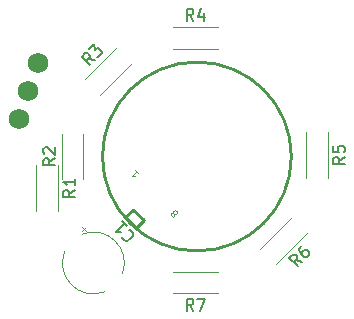
<source format=gbr>
%TF.GenerationSoftware,KiCad,Pcbnew,(6.0.4)*%
%TF.CreationDate,2023-07-07T20:02:52-04:00*%
%TF.ProjectId,Rotary Switch Board,526f7461-7279-4205-9377-697463682042,rev?*%
%TF.SameCoordinates,Original*%
%TF.FileFunction,Legend,Top*%
%TF.FilePolarity,Positive*%
%FSLAX46Y46*%
G04 Gerber Fmt 4.6, Leading zero omitted, Abs format (unit mm)*
G04 Created by KiCad (PCBNEW (6.0.4)) date 2023-07-07 20:02:52*
%MOMM*%
%LPD*%
G01*
G04 APERTURE LIST*
%ADD10C,0.150000*%
%ADD11C,0.015000*%
%ADD12C,0.120000*%
%ADD13C,0.250000*%
%ADD14C,1.752600*%
G04 APERTURE END LIST*
D10*
%TO.C,R1*%
X129161327Y-113307441D02*
X128685137Y-113640775D01*
X129161327Y-113878870D02*
X128161327Y-113878870D01*
X128161327Y-113497917D01*
X128208947Y-113402679D01*
X128256566Y-113355060D01*
X128351804Y-113307441D01*
X128494661Y-113307441D01*
X128589899Y-113355060D01*
X128637518Y-113402679D01*
X128685137Y-113497917D01*
X128685137Y-113878870D01*
X129161327Y-112355060D02*
X129161327Y-112926489D01*
X129161327Y-112640775D02*
X128161327Y-112640775D01*
X128304185Y-112736013D01*
X128399423Y-112831251D01*
X128447042Y-112926489D01*
%TO.C,R4*%
X139195280Y-98973155D02*
X138861947Y-98496965D01*
X138623851Y-98973155D02*
X138623851Y-97973155D01*
X139004804Y-97973155D01*
X139100042Y-98020775D01*
X139147661Y-98068394D01*
X139195280Y-98163632D01*
X139195280Y-98306489D01*
X139147661Y-98401727D01*
X139100042Y-98449346D01*
X139004804Y-98496965D01*
X138623851Y-98496965D01*
X140052423Y-98306489D02*
X140052423Y-98973155D01*
X139814327Y-97925536D02*
X139576232Y-98639822D01*
X140195280Y-98639822D01*
%TO.C,*%
%TO.C,C1*%
X133747986Y-116704437D02*
X133815329Y-116704437D01*
X133950016Y-116771781D01*
X134017360Y-116839125D01*
X134084703Y-116973812D01*
X134084703Y-117108499D01*
X134051032Y-117209514D01*
X133950016Y-117377873D01*
X133849001Y-117478888D01*
X133680642Y-117579903D01*
X133579627Y-117613575D01*
X133444940Y-117613575D01*
X133310253Y-117546231D01*
X133242909Y-117478888D01*
X133175566Y-117344201D01*
X133175566Y-117276857D01*
X133141894Y-115963659D02*
X133545955Y-116367720D01*
X133343925Y-116165689D02*
X132636818Y-116872796D01*
X132805177Y-116839125D01*
X132939864Y-116839125D01*
X133040879Y-116872796D01*
%TO.C,*%
%TO.C,R2*%
X127480327Y-110640441D02*
X127004137Y-110973775D01*
X127480327Y-111211870D02*
X126480327Y-111211870D01*
X126480327Y-110830917D01*
X126527947Y-110735679D01*
X126575566Y-110688060D01*
X126670804Y-110640441D01*
X126813661Y-110640441D01*
X126908899Y-110688060D01*
X126956518Y-110735679D01*
X127004137Y-110830917D01*
X127004137Y-111211870D01*
X126575566Y-110259489D02*
X126527947Y-110211870D01*
X126480327Y-110116632D01*
X126480327Y-109878536D01*
X126527947Y-109783298D01*
X126575566Y-109735679D01*
X126670804Y-109688060D01*
X126766042Y-109688060D01*
X126908899Y-109735679D01*
X127480327Y-110307108D01*
X127480327Y-109688060D01*
%TO.C,R3*%
X130840332Y-102314862D02*
X130267912Y-102213847D01*
X130436271Y-102718923D02*
X129729164Y-102011817D01*
X129998538Y-101742442D01*
X130099553Y-101708771D01*
X130166897Y-101708771D01*
X130267912Y-101742442D01*
X130368927Y-101843458D01*
X130402599Y-101944473D01*
X130402599Y-102011817D01*
X130368927Y-102112832D01*
X130099553Y-102382206D01*
X130368927Y-101372053D02*
X130806660Y-100934320D01*
X130840332Y-101439397D01*
X130941347Y-101338381D01*
X131042363Y-101304710D01*
X131109706Y-101304710D01*
X131210721Y-101338381D01*
X131379080Y-101506740D01*
X131412752Y-101607755D01*
X131412752Y-101675099D01*
X131379080Y-101776114D01*
X131177050Y-101978145D01*
X131076034Y-102011817D01*
X131008691Y-102011817D01*
%TO.C,R5*%
X152021327Y-110513441D02*
X151545137Y-110846775D01*
X152021327Y-111084870D02*
X151021327Y-111084870D01*
X151021327Y-110703917D01*
X151068947Y-110608679D01*
X151116566Y-110561060D01*
X151211804Y-110513441D01*
X151354661Y-110513441D01*
X151449899Y-110561060D01*
X151497518Y-110608679D01*
X151545137Y-110703917D01*
X151545137Y-111084870D01*
X151021327Y-109608679D02*
X151021327Y-110084870D01*
X151497518Y-110132489D01*
X151449899Y-110084870D01*
X151402280Y-109989632D01*
X151402280Y-109751536D01*
X151449899Y-109656298D01*
X151497518Y-109608679D01*
X151592756Y-109561060D01*
X151830851Y-109561060D01*
X151926089Y-109608679D01*
X151973708Y-109656298D01*
X152021327Y-109751536D01*
X152021327Y-109989632D01*
X151973708Y-110084870D01*
X151926089Y-110132489D01*
%TO.C,R7*%
X139195280Y-123514155D02*
X138861947Y-123037965D01*
X138623851Y-123514155D02*
X138623851Y-122514155D01*
X139004804Y-122514155D01*
X139100042Y-122561775D01*
X139147661Y-122609394D01*
X139195280Y-122704632D01*
X139195280Y-122847489D01*
X139147661Y-122942727D01*
X139100042Y-122990346D01*
X139004804Y-123037965D01*
X138623851Y-123037965D01*
X139528613Y-122514155D02*
X140195280Y-122514155D01*
X139766708Y-123514155D01*
%TO.C,R6*%
X148414622Y-119381152D02*
X147842202Y-119280137D01*
X148010561Y-119785213D02*
X147303454Y-119078107D01*
X147572828Y-118808732D01*
X147673843Y-118775061D01*
X147741187Y-118775061D01*
X147842202Y-118808732D01*
X147943217Y-118909748D01*
X147976889Y-119010763D01*
X147976889Y-119078107D01*
X147943217Y-119179122D01*
X147673843Y-119448496D01*
X148313607Y-118067954D02*
X148178920Y-118202641D01*
X148145248Y-118303656D01*
X148145248Y-118371000D01*
X148178920Y-118539358D01*
X148279935Y-118707717D01*
X148549309Y-118977091D01*
X148650324Y-119010763D01*
X148717668Y-119010763D01*
X148818683Y-118977091D01*
X148953370Y-118842404D01*
X148987042Y-118741389D01*
X148987042Y-118674045D01*
X148953370Y-118573030D01*
X148785011Y-118404671D01*
X148683996Y-118371000D01*
X148616653Y-118371000D01*
X148515637Y-118404671D01*
X148380950Y-118539358D01*
X148347279Y-118640374D01*
X148347279Y-118707717D01*
X148380950Y-118808732D01*
D11*
%TO.C,SW1*%
X137548028Y-115365439D02*
X137567647Y-115424299D01*
X137567647Y-115463538D01*
X137548028Y-115522397D01*
X137528408Y-115542017D01*
X137469549Y-115561637D01*
X137430309Y-115561637D01*
X137371450Y-115542017D01*
X137292971Y-115463538D01*
X137273351Y-115404679D01*
X137273351Y-115365439D01*
X137292971Y-115306580D01*
X137312591Y-115286960D01*
X137371450Y-115267341D01*
X137410689Y-115267341D01*
X137469549Y-115286960D01*
X137548028Y-115365439D01*
X137606887Y-115385059D01*
X137646126Y-115385059D01*
X137704986Y-115365439D01*
X137783465Y-115286960D01*
X137803084Y-115228101D01*
X137803084Y-115188862D01*
X137783465Y-115130002D01*
X137704986Y-115051523D01*
X137646126Y-115031904D01*
X137606887Y-115031904D01*
X137548028Y-115051523D01*
X137469549Y-115130002D01*
X137449929Y-115188862D01*
X137449929Y-115228101D01*
X137469549Y-115286960D01*
X134264922Y-111611459D02*
X134500359Y-111846896D01*
X134382640Y-111729178D02*
X133970625Y-112141193D01*
X134068724Y-112121573D01*
X134147203Y-112121573D01*
X134206062Y-112141193D01*
D12*
%TO.C,R1*%
X125868947Y-111220775D02*
X125868947Y-115060775D01*
X127708947Y-111220775D02*
X127708947Y-115060775D01*
%TO.C,R4*%
X137441947Y-99520775D02*
X141281947Y-99520775D01*
X137441947Y-101360775D02*
X141281947Y-101360775D01*
%TO.C,C1*%
X129785654Y-116464517D02*
X130139207Y-116818070D01*
X130139207Y-116464517D02*
X129785654Y-116818070D01*
X128282188Y-118546082D02*
G75*
G03*
X131670639Y-121934534I2443760J-944692D01*
G01*
X133169706Y-120435467D02*
G75*
G03*
X129781254Y-117047016I-2443760J944691D01*
G01*
%TO.C,R2*%
X128027947Y-112393775D02*
X128027947Y-108553775D01*
X129867947Y-112393775D02*
X129867947Y-108553775D01*
%TO.C,R3*%
X129987764Y-103941882D02*
X132703054Y-101226592D01*
X131288840Y-105242958D02*
X134004130Y-102527668D01*
%TO.C,R5*%
X148728947Y-108426775D02*
X148728947Y-112266775D01*
X150568947Y-108426775D02*
X150568947Y-112266775D01*
%TO.C,R7*%
X141281947Y-120221775D02*
X137441947Y-120221775D01*
X141281947Y-122061775D02*
X137441947Y-122061775D01*
%TO.C,R6*%
X147562054Y-115577592D02*
X144846764Y-118292882D01*
X148863130Y-116878668D02*
X146147840Y-119593958D01*
D13*
%TO.C,SW1*%
X134324946Y-116535801D02*
X134999526Y-115861222D01*
X133426921Y-115637776D02*
X134324946Y-116535801D01*
X134999526Y-115861222D02*
X134101500Y-114963196D01*
X134101500Y-114963196D02*
X133426921Y-115637776D01*
X147487947Y-110473775D02*
G75*
G03*
X147487947Y-110473775I-7999000J0D01*
G01*
%TD*%
D14*
%TO.C,J6*%
X125201447Y-104917525D03*
%TD*%
%TO.C,*%
X125995197Y-102536275D03*
%TD*%
%TO.C,*%
X124407697Y-107298775D03*
%TD*%
M02*

</source>
